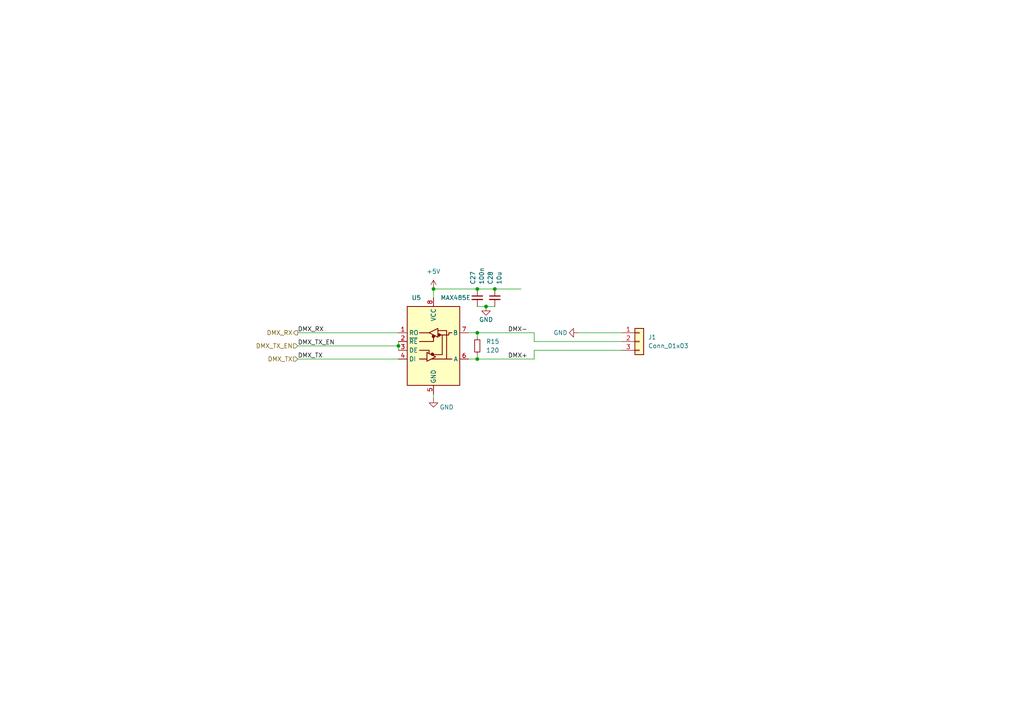
<source format=kicad_sch>
(kicad_sch (version 20211123) (generator eeschema)

  (uuid 3da0aa79-abd6-4808-839c-8e08fb961b48)

  (paper "A4")

  (lib_symbols
    (symbol "Connector_Generic:Conn_01x03" (pin_names (offset 1.016) hide) (in_bom yes) (on_board yes)
      (property "Reference" "J" (id 0) (at 0 5.08 0)
        (effects (font (size 1.27 1.27)))
      )
      (property "Value" "Conn_01x03" (id 1) (at 0 -5.08 0)
        (effects (font (size 1.27 1.27)))
      )
      (property "Footprint" "" (id 2) (at 0 0 0)
        (effects (font (size 1.27 1.27)) hide)
      )
      (property "Datasheet" "~" (id 3) (at 0 0 0)
        (effects (font (size 1.27 1.27)) hide)
      )
      (property "ki_keywords" "connector" (id 4) (at 0 0 0)
        (effects (font (size 1.27 1.27)) hide)
      )
      (property "ki_description" "Generic connector, single row, 01x03, script generated (kicad-library-utils/schlib/autogen/connector/)" (id 5) (at 0 0 0)
        (effects (font (size 1.27 1.27)) hide)
      )
      (property "ki_fp_filters" "Connector*:*_1x??_*" (id 6) (at 0 0 0)
        (effects (font (size 1.27 1.27)) hide)
      )
      (symbol "Conn_01x03_1_1"
        (rectangle (start -1.27 -2.413) (end 0 -2.667)
          (stroke (width 0.1524) (type default) (color 0 0 0 0))
          (fill (type none))
        )
        (rectangle (start -1.27 0.127) (end 0 -0.127)
          (stroke (width 0.1524) (type default) (color 0 0 0 0))
          (fill (type none))
        )
        (rectangle (start -1.27 2.667) (end 0 2.413)
          (stroke (width 0.1524) (type default) (color 0 0 0 0))
          (fill (type none))
        )
        (rectangle (start -1.27 3.81) (end 1.27 -3.81)
          (stroke (width 0.254) (type default) (color 0 0 0 0))
          (fill (type background))
        )
        (pin passive line (at -5.08 2.54 0) (length 3.81)
          (name "Pin_1" (effects (font (size 1.27 1.27))))
          (number "1" (effects (font (size 1.27 1.27))))
        )
        (pin passive line (at -5.08 0 0) (length 3.81)
          (name "Pin_2" (effects (font (size 1.27 1.27))))
          (number "2" (effects (font (size 1.27 1.27))))
        )
        (pin passive line (at -5.08 -2.54 0) (length 3.81)
          (name "Pin_3" (effects (font (size 1.27 1.27))))
          (number "3" (effects (font (size 1.27 1.27))))
        )
      )
    )
    (symbol "Device:C_Small" (pin_numbers hide) (pin_names (offset 0.254) hide) (in_bom yes) (on_board yes)
      (property "Reference" "C" (id 0) (at 0.254 1.778 0)
        (effects (font (size 1.27 1.27)) (justify left))
      )
      (property "Value" "C_Small" (id 1) (at 0.254 -2.032 0)
        (effects (font (size 1.27 1.27)) (justify left))
      )
      (property "Footprint" "" (id 2) (at 0 0 0)
        (effects (font (size 1.27 1.27)) hide)
      )
      (property "Datasheet" "~" (id 3) (at 0 0 0)
        (effects (font (size 1.27 1.27)) hide)
      )
      (property "ki_keywords" "capacitor cap" (id 4) (at 0 0 0)
        (effects (font (size 1.27 1.27)) hide)
      )
      (property "ki_description" "Unpolarized capacitor, small symbol" (id 5) (at 0 0 0)
        (effects (font (size 1.27 1.27)) hide)
      )
      (property "ki_fp_filters" "C_*" (id 6) (at 0 0 0)
        (effects (font (size 1.27 1.27)) hide)
      )
      (symbol "C_Small_0_1"
        (polyline
          (pts
            (xy -1.524 -0.508)
            (xy 1.524 -0.508)
          )
          (stroke (width 0.3302) (type default) (color 0 0 0 0))
          (fill (type none))
        )
        (polyline
          (pts
            (xy -1.524 0.508)
            (xy 1.524 0.508)
          )
          (stroke (width 0.3048) (type default) (color 0 0 0 0))
          (fill (type none))
        )
      )
      (symbol "C_Small_1_1"
        (pin passive line (at 0 2.54 270) (length 2.032)
          (name "~" (effects (font (size 1.27 1.27))))
          (number "1" (effects (font (size 1.27 1.27))))
        )
        (pin passive line (at 0 -2.54 90) (length 2.032)
          (name "~" (effects (font (size 1.27 1.27))))
          (number "2" (effects (font (size 1.27 1.27))))
        )
      )
    )
    (symbol "Device:R_Small" (pin_numbers hide) (pin_names (offset 0.254) hide) (in_bom yes) (on_board yes)
      (property "Reference" "R" (id 0) (at 0.762 0.508 0)
        (effects (font (size 1.27 1.27)) (justify left))
      )
      (property "Value" "R_Small" (id 1) (at 0.762 -1.016 0)
        (effects (font (size 1.27 1.27)) (justify left))
      )
      (property "Footprint" "" (id 2) (at 0 0 0)
        (effects (font (size 1.27 1.27)) hide)
      )
      (property "Datasheet" "~" (id 3) (at 0 0 0)
        (effects (font (size 1.27 1.27)) hide)
      )
      (property "ki_keywords" "R resistor" (id 4) (at 0 0 0)
        (effects (font (size 1.27 1.27)) hide)
      )
      (property "ki_description" "Resistor, small symbol" (id 5) (at 0 0 0)
        (effects (font (size 1.27 1.27)) hide)
      )
      (property "ki_fp_filters" "R_*" (id 6) (at 0 0 0)
        (effects (font (size 1.27 1.27)) hide)
      )
      (symbol "R_Small_0_1"
        (rectangle (start -0.762 1.778) (end 0.762 -1.778)
          (stroke (width 0.2032) (type default) (color 0 0 0 0))
          (fill (type none))
        )
      )
      (symbol "R_Small_1_1"
        (pin passive line (at 0 2.54 270) (length 0.762)
          (name "~" (effects (font (size 1.27 1.27))))
          (number "1" (effects (font (size 1.27 1.27))))
        )
        (pin passive line (at 0 -2.54 90) (length 0.762)
          (name "~" (effects (font (size 1.27 1.27))))
          (number "2" (effects (font (size 1.27 1.27))))
        )
      )
    )
    (symbol "Interface_UART:MAX485E" (in_bom yes) (on_board yes)
      (property "Reference" "U" (id 0) (at -6.096 11.43 0)
        (effects (font (size 1.27 1.27)))
      )
      (property "Value" "MAX485E" (id 1) (at 0.762 11.43 0)
        (effects (font (size 1.27 1.27)) (justify left))
      )
      (property "Footprint" "" (id 2) (at 0 -17.78 0)
        (effects (font (size 1.27 1.27)) hide)
      )
      (property "Datasheet" "https://datasheets.maximintegrated.com/en/ds/MAX1487E-MAX491E.pdf" (id 3) (at 0 1.27 0)
        (effects (font (size 1.27 1.27)) hide)
      )
      (property "ki_keywords" "Half duplex RS-485/RS-422, 2.5 Mbps, ±15kV electro-static discharge (ESD) protection, no slew-rate, no low-power shutdown, with receiver/driver enable, 32 receiver drive kapacitity, DIP-8 and SOIC-8" (id 4) (at 0 0 0)
        (effects (font (size 1.27 1.27)) hide)
      )
      (property "ki_description" "Half duplex RS-485/RS-422, 2.5 Mbps, ±15kV electro-static discharge (ESD) protection, no slew-rate, no low-power shutdown, with receiver/driver enable, 32 receiver drive kapacitity, DIP-8 and SOIC-8" (id 5) (at 0 0 0)
        (effects (font (size 1.27 1.27)) hide)
      )
      (property "ki_fp_filters" "DIP*W7.62mm* SOIC*3.9x4.9mm*P1.27mm*" (id 6) (at 0 0 0)
        (effects (font (size 1.27 1.27)) hide)
      )
      (symbol "MAX485E_0_1"
        (rectangle (start -7.62 10.16) (end 7.62 -12.7)
          (stroke (width 0.254) (type default) (color 0 0 0 0))
          (fill (type background))
        )
        (circle (center -0.3048 -3.683) (radius 0.3556)
          (stroke (width 0.254) (type default) (color 0 0 0 0))
          (fill (type outline))
        )
        (circle (center -0.0254 1.4986) (radius 0.3556)
          (stroke (width 0.254) (type default) (color 0 0 0 0))
          (fill (type outline))
        )
        (polyline
          (pts
            (xy -4.064 -5.08)
            (xy -1.905 -5.08)
          )
          (stroke (width 0.254) (type default) (color 0 0 0 0))
          (fill (type none))
        )
        (polyline
          (pts
            (xy -4.064 2.54)
            (xy -1.27 2.54)
          )
          (stroke (width 0.254) (type default) (color 0 0 0 0))
          (fill (type none))
        )
        (polyline
          (pts
            (xy -1.27 -3.2004)
            (xy -1.27 -3.4544)
          )
          (stroke (width 0.254) (type default) (color 0 0 0 0))
          (fill (type none))
        )
        (polyline
          (pts
            (xy -0.635 -5.08)
            (xy 5.334 -5.08)
          )
          (stroke (width 0.254) (type default) (color 0 0 0 0))
          (fill (type none))
        )
        (polyline
          (pts
            (xy -4.064 -2.54)
            (xy -1.27 -2.54)
            (xy -1.27 -3.175)
          )
          (stroke (width 0.254) (type default) (color 0 0 0 0))
          (fill (type none))
        )
        (polyline
          (pts
            (xy 0 1.27)
            (xy 0 0)
            (xy -4.064 0)
          )
          (stroke (width 0.254) (type default) (color 0 0 0 0))
          (fill (type none))
        )
        (polyline
          (pts
            (xy 1.27 3.175)
            (xy 3.81 3.175)
            (xy 3.81 -5.08)
          )
          (stroke (width 0.254) (type default) (color 0 0 0 0))
          (fill (type none))
        )
        (polyline
          (pts
            (xy 2.54 1.905)
            (xy 2.54 -3.81)
            (xy 0 -3.81)
          )
          (stroke (width 0.254) (type default) (color 0 0 0 0))
          (fill (type none))
        )
        (polyline
          (pts
            (xy -1.905 -3.175)
            (xy -1.905 -5.715)
            (xy 0.635 -4.445)
            (xy -1.905 -3.175)
          )
          (stroke (width 0.254) (type default) (color 0 0 0 0))
          (fill (type none))
        )
        (polyline
          (pts
            (xy -1.27 2.54)
            (xy 1.27 3.81)
            (xy 1.27 1.27)
            (xy -1.27 2.54)
          )
          (stroke (width 0.254) (type default) (color 0 0 0 0))
          (fill (type none))
        )
        (polyline
          (pts
            (xy 1.905 1.905)
            (xy 4.445 1.905)
            (xy 4.445 2.54)
            (xy 5.334 2.54)
          )
          (stroke (width 0.254) (type default) (color 0 0 0 0))
          (fill (type none))
        )
        (rectangle (start 1.27 3.175) (end 1.27 3.175)
          (stroke (width 0) (type default) (color 0 0 0 0))
          (fill (type none))
        )
        (circle (center 1.651 1.905) (radius 0.3556)
          (stroke (width 0.254) (type default) (color 0 0 0 0))
          (fill (type outline))
        )
      )
      (symbol "MAX485E_1_1"
        (pin output line (at -10.16 2.54 0) (length 2.54)
          (name "RO" (effects (font (size 1.27 1.27))))
          (number "1" (effects (font (size 1.27 1.27))))
        )
        (pin input line (at -10.16 0 0) (length 2.54)
          (name "~{RE}" (effects (font (size 1.27 1.27))))
          (number "2" (effects (font (size 1.27 1.27))))
        )
        (pin input line (at -10.16 -2.54 0) (length 2.54)
          (name "DE" (effects (font (size 1.27 1.27))))
          (number "3" (effects (font (size 1.27 1.27))))
        )
        (pin input line (at -10.16 -5.08 0) (length 2.54)
          (name "DI" (effects (font (size 1.27 1.27))))
          (number "4" (effects (font (size 1.27 1.27))))
        )
        (pin power_in line (at 0 -15.24 90) (length 2.54)
          (name "GND" (effects (font (size 1.27 1.27))))
          (number "5" (effects (font (size 1.27 1.27))))
        )
        (pin bidirectional line (at 10.16 -5.08 180) (length 2.54)
          (name "A" (effects (font (size 1.27 1.27))))
          (number "6" (effects (font (size 1.27 1.27))))
        )
        (pin bidirectional line (at 10.16 2.54 180) (length 2.54)
          (name "B" (effects (font (size 1.27 1.27))))
          (number "7" (effects (font (size 1.27 1.27))))
        )
        (pin power_in line (at 0 12.7 270) (length 2.54)
          (name "VCC" (effects (font (size 1.27 1.27))))
          (number "8" (effects (font (size 1.27 1.27))))
        )
      )
    )
    (symbol "power:+5V" (power) (pin_names (offset 0)) (in_bom yes) (on_board yes)
      (property "Reference" "#PWR" (id 0) (at 0 -3.81 0)
        (effects (font (size 1.27 1.27)) hide)
      )
      (property "Value" "+5V" (id 1) (at 0 3.556 0)
        (effects (font (size 1.27 1.27)))
      )
      (property "Footprint" "" (id 2) (at 0 0 0)
        (effects (font (size 1.27 1.27)) hide)
      )
      (property "Datasheet" "" (id 3) (at 0 0 0)
        (effects (font (size 1.27 1.27)) hide)
      )
      (property "ki_keywords" "global power" (id 4) (at 0 0 0)
        (effects (font (size 1.27 1.27)) hide)
      )
      (property "ki_description" "Power symbol creates a global label with name \"+5V\"" (id 5) (at 0 0 0)
        (effects (font (size 1.27 1.27)) hide)
      )
      (symbol "+5V_0_1"
        (polyline
          (pts
            (xy -0.762 1.27)
            (xy 0 2.54)
          )
          (stroke (width 0) (type default) (color 0 0 0 0))
          (fill (type none))
        )
        (polyline
          (pts
            (xy 0 0)
            (xy 0 2.54)
          )
          (stroke (width 0) (type default) (color 0 0 0 0))
          (fill (type none))
        )
        (polyline
          (pts
            (xy 0 2.54)
            (xy 0.762 1.27)
          )
          (stroke (width 0) (type default) (color 0 0 0 0))
          (fill (type none))
        )
      )
      (symbol "+5V_1_1"
        (pin power_in line (at 0 0 90) (length 0) hide
          (name "+5V" (effects (font (size 1.27 1.27))))
          (number "1" (effects (font (size 1.27 1.27))))
        )
      )
    )
    (symbol "power:GND" (power) (pin_names (offset 0)) (in_bom yes) (on_board yes)
      (property "Reference" "#PWR" (id 0) (at 0 -6.35 0)
        (effects (font (size 1.27 1.27)) hide)
      )
      (property "Value" "GND" (id 1) (at 0 -3.81 0)
        (effects (font (size 1.27 1.27)))
      )
      (property "Footprint" "" (id 2) (at 0 0 0)
        (effects (font (size 1.27 1.27)) hide)
      )
      (property "Datasheet" "" (id 3) (at 0 0 0)
        (effects (font (size 1.27 1.27)) hide)
      )
      (property "ki_keywords" "global power" (id 4) (at 0 0 0)
        (effects (font (size 1.27 1.27)) hide)
      )
      (property "ki_description" "Power symbol creates a global label with name \"GND\" , ground" (id 5) (at 0 0 0)
        (effects (font (size 1.27 1.27)) hide)
      )
      (symbol "GND_0_1"
        (polyline
          (pts
            (xy 0 0)
            (xy 0 -1.27)
            (xy 1.27 -1.27)
            (xy 0 -2.54)
            (xy -1.27 -1.27)
            (xy 0 -1.27)
          )
          (stroke (width 0) (type default) (color 0 0 0 0))
          (fill (type none))
        )
      )
      (symbol "GND_1_1"
        (pin power_in line (at 0 0 270) (length 0) hide
          (name "GND" (effects (font (size 1.27 1.27))))
          (number "1" (effects (font (size 1.27 1.27))))
        )
      )
    )
  )

  (junction (at 138.43 83.82) (diameter 0) (color 0 0 0 0)
    (uuid 0fcf2551-8067-4195-b4f3-1db7f5e6a3c4)
  )
  (junction (at 143.51 83.82) (diameter 0) (color 0 0 0 0)
    (uuid 56f95575-0b99-47c2-9692-c29e5ed09a8b)
  )
  (junction (at 138.43 96.52) (diameter 0) (color 0 0 0 0)
    (uuid 6f3d0a4c-ac44-42e4-8082-4ae70c535476)
  )
  (junction (at 115.57 100.33) (diameter 0) (color 0 0 0 0)
    (uuid 8270429e-08a4-4390-919f-99b524e61544)
  )
  (junction (at 125.73 83.82) (diameter 0) (color 0 0 0 0)
    (uuid 8966c832-f422-44b7-b06e-b18d72823dff)
  )
  (junction (at 140.97 88.9) (diameter 0) (color 0 0 0 0)
    (uuid dae8b5d6-9407-4aa6-aec4-578b666de1f4)
  )
  (junction (at 138.43 104.14) (diameter 0) (color 0 0 0 0)
    (uuid f50a72ec-2975-4ad5-8c6d-9e5f88bb1df9)
  )

  (wire (pts (xy 125.73 83.82) (xy 125.73 86.36))
    (stroke (width 0) (type default) (color 0 0 0 0))
    (uuid 1c586fa9-11a8-4f2e-b30e-427c1d944b46)
  )
  (wire (pts (xy 115.57 100.33) (xy 115.57 101.6))
    (stroke (width 0) (type default) (color 0 0 0 0))
    (uuid 241bfc7a-9118-484f-b767-ee2027e5cf44)
  )
  (wire (pts (xy 167.64 96.52) (xy 180.34 96.52))
    (stroke (width 0) (type default) (color 0 0 0 0))
    (uuid 25bf71e4-2e50-4826-a9f9-ddd6bee21f7c)
  )
  (wire (pts (xy 135.89 104.14) (xy 138.43 104.14))
    (stroke (width 0) (type default) (color 0 0 0 0))
    (uuid 2ba47ea6-50ec-4ec8-a924-cd80af27ec10)
  )
  (wire (pts (xy 135.89 96.52) (xy 138.43 96.52))
    (stroke (width 0) (type default) (color 0 0 0 0))
    (uuid 2ca3020a-d8b6-4bcb-9067-0313f66ded72)
  )
  (wire (pts (xy 138.43 96.52) (xy 138.43 97.79))
    (stroke (width 0) (type default) (color 0 0 0 0))
    (uuid 37303bb5-ff35-4728-8374-b2aa5adb5023)
  )
  (wire (pts (xy 125.73 114.3) (xy 125.73 115.57))
    (stroke (width 0) (type default) (color 0 0 0 0))
    (uuid 44fdb1d6-a067-4f78-8b5b-c645f4a9f85c)
  )
  (wire (pts (xy 138.43 88.9) (xy 140.97 88.9))
    (stroke (width 0) (type default) (color 0 0 0 0))
    (uuid 519cb3ac-08b8-4438-960c-ad87419f63a8)
  )
  (wire (pts (xy 154.94 101.6) (xy 180.34 101.6))
    (stroke (width 0) (type default) (color 0 0 0 0))
    (uuid 68762f98-57cf-4b9d-855b-9f0f7546a19b)
  )
  (wire (pts (xy 125.73 83.82) (xy 138.43 83.82))
    (stroke (width 0) (type default) (color 0 0 0 0))
    (uuid 68b98455-f12e-4f2a-8e55-50d3a6800ca1)
  )
  (wire (pts (xy 138.43 96.52) (xy 154.94 96.52))
    (stroke (width 0) (type default) (color 0 0 0 0))
    (uuid 88f0adbd-b3a5-4e8b-ad04-124e4d1876f7)
  )
  (wire (pts (xy 140.97 88.9) (xy 143.51 88.9))
    (stroke (width 0) (type default) (color 0 0 0 0))
    (uuid 8df4c979-6c4f-4729-b685-c098e3ed64b1)
  )
  (wire (pts (xy 138.43 104.14) (xy 154.94 104.14))
    (stroke (width 0) (type default) (color 0 0 0 0))
    (uuid 8e7f1c21-e08b-413f-9840-153d357f3756)
  )
  (wire (pts (xy 154.94 96.52) (xy 154.94 99.06))
    (stroke (width 0) (type default) (color 0 0 0 0))
    (uuid 9461644b-02b1-4f39-9391-9414d0895cf9)
  )
  (wire (pts (xy 138.43 83.82) (xy 143.51 83.82))
    (stroke (width 0) (type default) (color 0 0 0 0))
    (uuid 954e25ec-e1a1-4acc-a42c-1805097da04a)
  )
  (wire (pts (xy 143.51 83.82) (xy 151.13 83.82))
    (stroke (width 0) (type default) (color 0 0 0 0))
    (uuid a5ef8059-268e-41e1-ab06-c6b912a91087)
  )
  (wire (pts (xy 115.57 99.06) (xy 115.57 100.33))
    (stroke (width 0) (type default) (color 0 0 0 0))
    (uuid ae0ae819-2ac4-44cf-a3cc-9c0aba183305)
  )
  (wire (pts (xy 138.43 102.87) (xy 138.43 104.14))
    (stroke (width 0) (type default) (color 0 0 0 0))
    (uuid c8eae789-a928-4c2c-9a50-5ccd40e0465b)
  )
  (wire (pts (xy 86.36 96.52) (xy 115.57 96.52))
    (stroke (width 0) (type default) (color 0 0 0 0))
    (uuid ce82f270-7d25-440f-b2d2-9abae5883a8c)
  )
  (wire (pts (xy 154.94 104.14) (xy 154.94 101.6))
    (stroke (width 0) (type default) (color 0 0 0 0))
    (uuid d363e9a8-c83a-465d-8dc0-b69e2c4f5a45)
  )
  (wire (pts (xy 86.36 100.33) (xy 115.57 100.33))
    (stroke (width 0) (type default) (color 0 0 0 0))
    (uuid e31cf6f0-c3fc-4ebd-8722-090f3c91a1aa)
  )
  (wire (pts (xy 86.36 104.14) (xy 115.57 104.14))
    (stroke (width 0) (type default) (color 0 0 0 0))
    (uuid e4b50921-95ee-4f07-801a-7b56fb3ce76b)
  )
  (wire (pts (xy 154.94 99.06) (xy 180.34 99.06))
    (stroke (width 0) (type default) (color 0 0 0 0))
    (uuid fb860868-3322-45de-b802-2d212d259ed5)
  )

  (label "DMX_RX" (at 86.36 96.52 0)
    (effects (font (size 1.27 1.27)) (justify left bottom))
    (uuid 01d02a02-8a22-479e-a712-7c6dabcbe19c)
  )
  (label "DMX_TX" (at 86.36 104.14 0)
    (effects (font (size 1.27 1.27)) (justify left bottom))
    (uuid 2eecae27-f13e-4ff8-ba28-6203caf328b0)
  )
  (label "DMX_TX_EN" (at 86.36 100.33 0)
    (effects (font (size 1.27 1.27)) (justify left bottom))
    (uuid 56e7c929-d56f-4d6e-bb1a-ac3e1b89ff1b)
  )
  (label "DMX+" (at 147.32 104.14 0)
    (effects (font (size 1.27 1.27)) (justify left bottom))
    (uuid bc7db4fd-7050-4523-bd1c-54cc846b7639)
  )
  (label "DMX-" (at 147.32 96.52 0)
    (effects (font (size 1.27 1.27)) (justify left bottom))
    (uuid ef552b25-d197-42be-852d-589514b797d4)
  )

  (hierarchical_label "DMX_TX_EN" (shape input) (at 86.36 100.33 180)
    (effects (font (size 1.27 1.27)) (justify right))
    (uuid 105f95c5-b200-4890-af97-77b1218186df)
  )
  (hierarchical_label "DMX_RX" (shape output) (at 86.36 96.52 180)
    (effects (font (size 1.27 1.27)) (justify right))
    (uuid 44ba7816-c958-4585-ac31-8d4e11efad98)
  )
  (hierarchical_label "DMX_TX" (shape input) (at 86.36 104.14 180)
    (effects (font (size 1.27 1.27)) (justify right))
    (uuid e2317b93-36e9-4356-907a-e2e8d71da007)
  )

  (symbol (lib_id "Connector_Generic:Conn_01x03") (at 185.42 99.06 0) (unit 1)
    (in_bom yes) (on_board yes) (fields_autoplaced)
    (uuid 4ab75ff9-f7cb-4f02-8d0f-8463895875ac)
    (property "Reference" "J1" (id 0) (at 187.96 97.7899 0)
      (effects (font (size 1.27 1.27)) (justify left))
    )
    (property "Value" "Conn_01x03" (id 1) (at 187.96 100.3299 0)
      (effects (font (size 1.27 1.27)) (justify left))
    )
    (property "Footprint" "" (id 2) (at 185.42 99.06 0)
      (effects (font (size 1.27 1.27)) hide)
    )
    (property "Datasheet" "~" (id 3) (at 185.42 99.06 0)
      (effects (font (size 1.27 1.27)) hide)
    )
    (pin "1" (uuid 58f3c7c4-0521-4495-a2a7-da8cfb68a0a8))
    (pin "2" (uuid c996cb10-7323-4576-929e-dc383f42cecc))
    (pin "3" (uuid ce6816fd-5d25-4eda-9bff-3822dc3d1392))
  )

  (symbol (lib_id "power:+5V") (at 125.73 83.82 0) (unit 1)
    (in_bom yes) (on_board yes) (fields_autoplaced)
    (uuid 7557c124-6c5e-4e36-a8a0-aa6b465ed422)
    (property "Reference" "#PWR0147" (id 0) (at 125.73 87.63 0)
      (effects (font (size 1.27 1.27)) hide)
    )
    (property "Value" "+5V" (id 1) (at 125.73 78.74 0))
    (property "Footprint" "" (id 2) (at 125.73 83.82 0)
      (effects (font (size 1.27 1.27)) hide)
    )
    (property "Datasheet" "" (id 3) (at 125.73 83.82 0)
      (effects (font (size 1.27 1.27)) hide)
    )
    (pin "1" (uuid 71674ff7-d4cd-4bb4-acbe-1b8e6fe7217f))
  )

  (symbol (lib_id "Interface_UART:MAX485E") (at 125.73 99.06 0) (unit 1)
    (in_bom yes) (on_board yes)
    (uuid b3fdb892-62f4-432f-9f01-1a0f0ecc4370)
    (property "Reference" "U5" (id 0) (at 119.38 86.36 0)
      (effects (font (size 1.27 1.27)) (justify left))
    )
    (property "Value" "MAX485E" (id 1) (at 127.7494 86.36 0)
      (effects (font (size 1.27 1.27)) (justify left))
    )
    (property "Footprint" "Package_SO:SOIC-8_3.9x4.9mm_P1.27mm" (id 2) (at 125.73 116.84 0)
      (effects (font (size 1.27 1.27)) hide)
    )
    (property "Datasheet" "https://datasheets.maximintegrated.com/en/ds/MAX1487E-MAX491E.pdf" (id 3) (at 125.73 97.79 0)
      (effects (font (size 1.27 1.27)) hide)
    )
    (property "LCSC" "C19738" (id 4) (at 125.73 99.06 0)
      (effects (font (size 1.27 1.27)) hide)
    )
    (pin "1" (uuid 4603a289-c292-4826-a708-4afbb6ea311a))
    (pin "2" (uuid 4d1bc9b6-b733-4545-966e-31ba91cba188))
    (pin "3" (uuid fc9be546-2b87-420b-a651-60082e04678b))
    (pin "4" (uuid cf10025e-b92b-4845-8d1a-74cf86c841d1))
    (pin "5" (uuid a264c72a-7257-4404-a89d-5b901c36dcc5))
    (pin "6" (uuid 6545db02-965f-4b69-a41e-21406a3a80ac))
    (pin "7" (uuid c9e44aa9-a2ee-4d1c-baf3-f5ac07c34fc3))
    (pin "8" (uuid 02277c62-129a-4168-8a60-a0536da68db8))
  )

  (symbol (lib_id "power:GND") (at 167.64 96.52 270) (unit 1)
    (in_bom yes) (on_board yes)
    (uuid b76c95bf-fe53-49b4-92ab-fea1a8471cc6)
    (property "Reference" "#PWR0106" (id 0) (at 161.29 96.52 0)
      (effects (font (size 1.27 1.27)) hide)
    )
    (property "Value" "GND" (id 1) (at 162.56 96.52 90))
    (property "Footprint" "" (id 2) (at 167.64 96.52 0)
      (effects (font (size 1.27 1.27)) hide)
    )
    (property "Datasheet" "" (id 3) (at 167.64 96.52 0)
      (effects (font (size 1.27 1.27)) hide)
    )
    (pin "1" (uuid 09f02c18-1443-40d3-af9f-98c776e413d5))
  )

  (symbol (lib_id "power:GND") (at 125.73 115.57 0) (unit 1)
    (in_bom yes) (on_board yes)
    (uuid c3d144f5-3204-4aa2-a8c9-80fbd91b46f9)
    (property "Reference" "#PWR0144" (id 0) (at 125.73 121.92 0)
      (effects (font (size 1.27 1.27)) hide)
    )
    (property "Value" "GND" (id 1) (at 129.54 118.11 0))
    (property "Footprint" "" (id 2) (at 125.73 115.57 0)
      (effects (font (size 1.27 1.27)) hide)
    )
    (property "Datasheet" "" (id 3) (at 125.73 115.57 0)
      (effects (font (size 1.27 1.27)) hide)
    )
    (pin "1" (uuid 239559c3-ca43-42d7-8922-3112d04f63a7))
  )

  (symbol (lib_id "Device:C_Small") (at 143.51 86.36 0) (unit 1)
    (in_bom yes) (on_board yes)
    (uuid c51867e7-16ee-40c5-947c-dcd730a99da9)
    (property "Reference" "C28" (id 0) (at 142.24 82.55 90)
      (effects (font (size 1.27 1.27)) (justify left))
    )
    (property "Value" "10u" (id 1) (at 144.78 82.55 90)
      (effects (font (size 1.27 1.27)) (justify left))
    )
    (property "Footprint" "Capacitor_SMD:C_0402_1005Metric" (id 2) (at 143.51 86.36 0)
      (effects (font (size 1.27 1.27)) hide)
    )
    (property "Datasheet" "~" (id 3) (at 143.51 86.36 0)
      (effects (font (size 1.27 1.27)) hide)
    )
    (pin "1" (uuid 6e79d50f-e5a2-447a-b2d6-e15f098dd89f))
    (pin "2" (uuid 4a7ea07b-2f5c-428e-b2c6-ccb02b76c46d))
  )

  (symbol (lib_id "Device:R_Small") (at 138.43 100.33 0) (unit 1)
    (in_bom yes) (on_board yes) (fields_autoplaced)
    (uuid c571f465-7752-4e49-9342-bada23a5a73a)
    (property "Reference" "R15" (id 0) (at 140.97 99.0599 0)
      (effects (font (size 1.27 1.27)) (justify left))
    )
    (property "Value" "120" (id 1) (at 140.97 101.5999 0)
      (effects (font (size 1.27 1.27)) (justify left))
    )
    (property "Footprint" "Resistor_SMD:R_0402_1005Metric" (id 2) (at 138.43 100.33 0)
      (effects (font (size 1.27 1.27)) hide)
    )
    (property "Datasheet" "~" (id 3) (at 138.43 100.33 0)
      (effects (font (size 1.27 1.27)) hide)
    )
    (pin "1" (uuid 2b703621-7dbb-4d8b-b8fb-e255d443adc5))
    (pin "2" (uuid f74257f2-2f00-4297-a5d1-fa5b30916198))
  )

  (symbol (lib_id "Device:C_Small") (at 138.43 86.36 0) (unit 1)
    (in_bom yes) (on_board yes)
    (uuid e360bc30-a62b-4a01-be49-62a150906d02)
    (property "Reference" "C27" (id 0) (at 137.16 82.55 90)
      (effects (font (size 1.27 1.27)) (justify left))
    )
    (property "Value" "100n" (id 1) (at 139.7 82.55 90)
      (effects (font (size 1.27 1.27)) (justify left))
    )
    (property "Footprint" "Capacitor_SMD:C_0402_1005Metric" (id 2) (at 138.43 86.36 0)
      (effects (font (size 1.27 1.27)) hide)
    )
    (property "Datasheet" "~" (id 3) (at 138.43 86.36 0)
      (effects (font (size 1.27 1.27)) hide)
    )
    (pin "1" (uuid de9d69d7-bd99-46d5-acf7-7e9c2809203d))
    (pin "2" (uuid 139a4d67-9bca-45b6-9e1b-f1dbf1605586))
  )

  (symbol (lib_id "power:GND") (at 140.97 88.9 0) (unit 1)
    (in_bom yes) (on_board yes)
    (uuid f45137d1-f0dc-4cff-b3fc-be66c92fe171)
    (property "Reference" "#PWR0146" (id 0) (at 140.97 95.25 0)
      (effects (font (size 1.27 1.27)) hide)
    )
    (property "Value" "GND" (id 1) (at 140.97 92.71 0))
    (property "Footprint" "" (id 2) (at 140.97 88.9 0)
      (effects (font (size 1.27 1.27)) hide)
    )
    (property "Datasheet" "" (id 3) (at 140.97 88.9 0)
      (effects (font (size 1.27 1.27)) hide)
    )
    (pin "1" (uuid 0c7b4903-268b-436e-a7ed-b1ad557948c6))
  )
)

</source>
